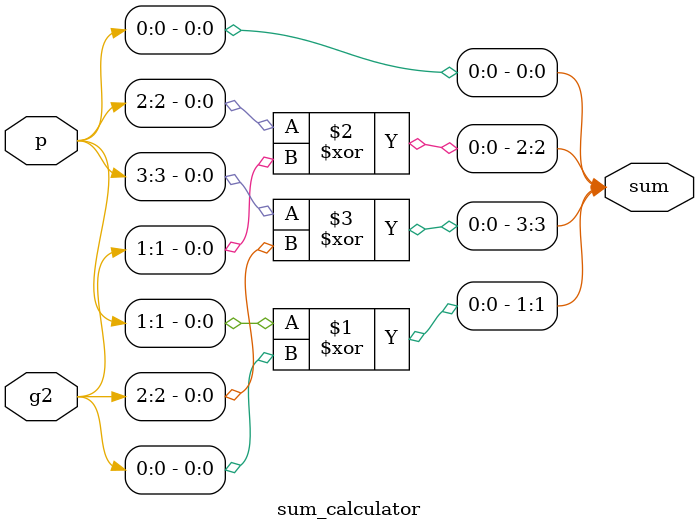
<source format=v>
module dadda_adder (
    input  [3:0] a, b,
    output [3:0] sum
);

    wire [3:0] g, p;
    wire [3:0] g1, p1;
    wire [3:0] g2, p2;

    gp_generator gp_gen (
        .a(a),
        .b(b),
        .g(g),
        .p(p)
    );

    stage1_calc stage1 (
        .g(g),
        .p(p),
        .g1(g1),
        .p1(p1)
    );

    stage2_calc stage2 (
        .g1(g1),
        .p1(p1),
        .g2(g2),
        .p2(p2)
    );

    sum_calculator sum_calc (
        .p(p),
        .g2(g2),
        .sum(sum)
    );

endmodule

module gp_generator (
    input  [3:0] a, b,
    output [3:0] g, p
);
    assign g = a & b;
    assign p = a ^ b;
endmodule

module stage1_calc (
    input  [3:0] g, p,
    output [3:0] g1, p1
);
    wire [3:0] pg;
    assign pg = p & g;
    
    assign g1[0] = g[0];
    assign p1[0] = p[0];
    assign g1[1] = g[1] | pg[0];
    assign p1[1] = p[1] & p[0];
    assign g1[2] = g[2] | (p[2] & g[1]) | (p[2] & pg[0]);
    assign p1[2] = p[2] & p1[1];
    assign g1[3] = g[3] | (p[3] & g[2]) | (p[3] & p[2] & g[1]) | (p[3] & p1[2] & g[0]);
    assign p1[3] = p[3] & p1[2];
endmodule

module stage2_calc (
    input  [3:0] g1, p1,
    output [3:0] g2, p2
);
    wire [3:0] p1g1;
    assign p1g1 = p1 & g1;
    
    assign g2[0] = g1[0];
    assign p2[0] = p1[0];
    assign g2[1] = g1[1];
    assign p2[1] = p1[1];
    assign g2[2] = g1[2] | p1g1[0];
    assign p2[2] = p1[2] & p1[0];
    assign g2[3] = g1[3] | p1g1[1];
    assign p2[3] = p1[3] & p1[1];
endmodule

module sum_calculator (
    input  [3:0] p, g2,
    output [3:0] sum
);
    assign sum[0] = p[0];
    assign sum[1] = p[1] ^ g2[0];
    assign sum[2] = p[2] ^ g2[1];
    assign sum[3] = p[3] ^ g2[2];
endmodule
</source>
